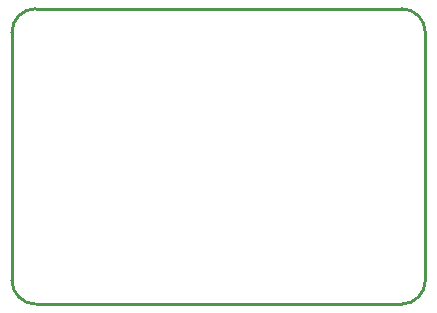
<source format=gko>
G04 Layer: BoardOutline*
G04 EasyEDA v6.4.25, 2021-11-17T17:00:31+08:00*
G04 7b095086feb547ebadca5fbbb004fff0,8eccfb12f3aa458fbbe36a5a93572a72,10*
G04 Gerber Generator version 0.2*
G04 Scale: 100 percent, Rotated: No, Reflected: No *
G04 Dimensions in millimeters *
G04 leading zeros omitted , absolute positions ,4 integer and 5 decimal *
%FSLAX45Y45*%
%MOMM*%

%ADD10C,0.2540*%
D10*
X0Y-2300000D02*
G01*
X0Y-199999D01*
X3300001Y-2500000D02*
G01*
X199999Y-2500000D01*
X3500000Y-199999D02*
G01*
X3500000Y-2300000D01*
X199999Y0D02*
G01*
X3300001Y0D01*
G75*
G01*
X3300001Y0D02*
G02*
X3500001Y-200000I0J-200000D01*
G75*
G01*
X3500001Y-2300000D02*
G02*
X3300001Y-2500000I-200000J0D01*
G75*
G01*
X200000Y-2500000D02*
G02*
X0Y-2300000I0J200000D01*
G75*
G01*
X0Y-200000D02*
G02*
X200000Y0I200000J0D01*

%LPD*%
M02*

</source>
